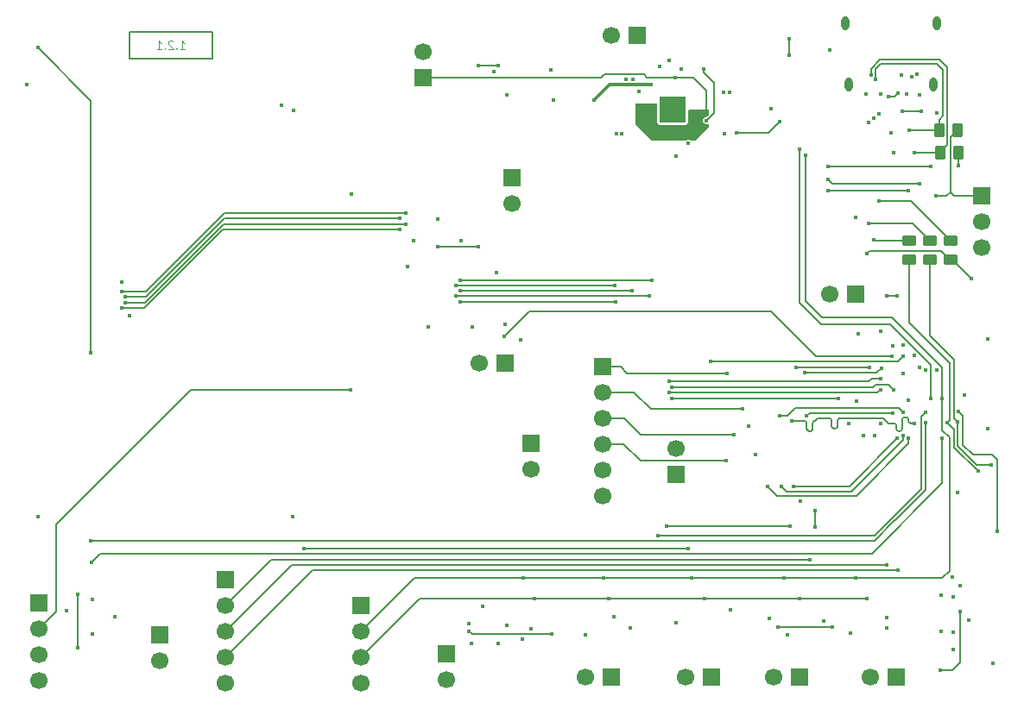
<source format=gbr>
%TF.GenerationSoftware,KiCad,Pcbnew,9.0.1+1*%
%TF.CreationDate,2025-09-26T11:21:38+00:00*%
%TF.ProjectId,ZSWatch-Watch-DevKit,5a535761-7463-4682-9d57-617463682d44,1.2.1*%
%TF.SameCoordinates,Original*%
%TF.FileFunction,Copper,L4,Bot*%
%TF.FilePolarity,Positive*%
%FSLAX46Y46*%
G04 Gerber Fmt 4.6, Leading zero omitted, Abs format (unit mm)*
G04 Created by KiCad (PCBNEW 9.0.1+1) date 2025-09-26 11:21:38*
%MOMM*%
%LPD*%
G01*
G04 APERTURE LIST*
G04 Aperture macros list*
%AMRoundRect*
0 Rectangle with rounded corners*
0 $1 Rounding radius*
0 $2 $3 $4 $5 $6 $7 $8 $9 X,Y pos of 4 corners*
0 Add a 4 corners polygon primitive as box body*
4,1,4,$2,$3,$4,$5,$6,$7,$8,$9,$2,$3,0*
0 Add four circle primitives for the rounded corners*
1,1,$1+$1,$2,$3*
1,1,$1+$1,$4,$5*
1,1,$1+$1,$6,$7*
1,1,$1+$1,$8,$9*
0 Add four rect primitives between the rounded corners*
20,1,$1+$1,$2,$3,$4,$5,0*
20,1,$1+$1,$4,$5,$6,$7,0*
20,1,$1+$1,$6,$7,$8,$9,0*
20,1,$1+$1,$8,$9,$2,$3,0*%
G04 Aperture macros list end*
%TA.AperFunction,NonConductor*%
%ADD10C,0.200000*%
%TD*%
%ADD11C,0.120000*%
%TA.AperFunction,NonConductor*%
%ADD12C,0.120000*%
%TD*%
%TA.AperFunction,ComponentPad*%
%ADD13R,1.700000X1.700000*%
%TD*%
%TA.AperFunction,ComponentPad*%
%ADD14C,1.700000*%
%TD*%
%TA.AperFunction,ComponentPad*%
%ADD15C,0.500000*%
%TD*%
%TA.AperFunction,SMDPad,CuDef*%
%ADD16R,2.500000X2.500000*%
%TD*%
%TA.AperFunction,HeatsinkPad*%
%ADD17O,0.800000X1.400000*%
%TD*%
%TA.AperFunction,SMDPad,CuDef*%
%ADD18RoundRect,0.250000X0.450000X-0.262500X0.450000X0.262500X-0.450000X0.262500X-0.450000X-0.262500X0*%
%TD*%
%TA.AperFunction,SMDPad,CuDef*%
%ADD19RoundRect,0.250000X0.262500X0.450000X-0.262500X0.450000X-0.262500X-0.450000X0.262500X-0.450000X0*%
%TD*%
%TA.AperFunction,ViaPad*%
%ADD20C,0.450000*%
%TD*%
%TA.AperFunction,Conductor*%
%ADD21C,0.200000*%
%TD*%
%TA.AperFunction,Conductor*%
%ADD22C,0.170000*%
%TD*%
%TA.AperFunction,Conductor*%
%ADD23C,0.127000*%
%TD*%
%TA.AperFunction,Conductor*%
%ADD24C,0.300000*%
%TD*%
G04 APERTURE END LIST*
D10*
X172100000Y-116200000D02*
X180200000Y-116200000D01*
X180200000Y-118800000D01*
X172100000Y-118800000D01*
X172100000Y-116200000D01*
D11*
D12*
X177064285Y-117863855D02*
X177521428Y-117863855D01*
X177292856Y-117863855D02*
X177292856Y-117063855D01*
X177292856Y-117063855D02*
X177369047Y-117178140D01*
X177369047Y-117178140D02*
X177445237Y-117254331D01*
X177445237Y-117254331D02*
X177521428Y-117292426D01*
X176721427Y-117787664D02*
X176683332Y-117825760D01*
X176683332Y-117825760D02*
X176721427Y-117863855D01*
X176721427Y-117863855D02*
X176759523Y-117825760D01*
X176759523Y-117825760D02*
X176721427Y-117787664D01*
X176721427Y-117787664D02*
X176721427Y-117863855D01*
X176378571Y-117140045D02*
X176340475Y-117101950D01*
X176340475Y-117101950D02*
X176264285Y-117063855D01*
X176264285Y-117063855D02*
X176073809Y-117063855D01*
X176073809Y-117063855D02*
X175997618Y-117101950D01*
X175997618Y-117101950D02*
X175959523Y-117140045D01*
X175959523Y-117140045D02*
X175921428Y-117216236D01*
X175921428Y-117216236D02*
X175921428Y-117292426D01*
X175921428Y-117292426D02*
X175959523Y-117406712D01*
X175959523Y-117406712D02*
X176416666Y-117863855D01*
X176416666Y-117863855D02*
X175921428Y-117863855D01*
X175578570Y-117787664D02*
X175540475Y-117825760D01*
X175540475Y-117825760D02*
X175578570Y-117863855D01*
X175578570Y-117863855D02*
X175616666Y-117825760D01*
X175616666Y-117825760D02*
X175578570Y-117787664D01*
X175578570Y-117787664D02*
X175578570Y-117863855D01*
X174778571Y-117863855D02*
X175235714Y-117863855D01*
X175007142Y-117863855D02*
X175007142Y-117063855D01*
X175007142Y-117063855D02*
X175083333Y-117178140D01*
X175083333Y-117178140D02*
X175159523Y-117254331D01*
X175159523Y-117254331D02*
X175235714Y-117292426D01*
D13*
%TO.P,X508,1,Pin_1*%
%TO.N,/Project Architecture/Power Management/VSYS*%
X200900000Y-120700000D03*
D14*
%TO.P,X508,2,Pin_2*%
%TO.N,Net-(IC505-VDD)*%
X200900000Y-118160000D03*
%TD*%
D15*
%TO.P,IC401,33,GND*%
%TO.N,GND*%
X224387790Y-122830400D03*
X224387790Y-123830400D03*
X224387790Y-124830400D03*
X225387790Y-122830400D03*
X225387790Y-123830400D03*
D16*
X225387790Y-123830400D03*
D15*
X225387790Y-124830400D03*
X226387790Y-122830400D03*
X226387790Y-123830400D03*
X226387790Y-124830400D03*
%TD*%
D13*
%TO.P,X503,1,Pin_1*%
%TO.N,/Project Architecture/Peripherals/VMIC*%
X175100000Y-175400000D03*
D14*
%TO.P,X503,2,Pin_2*%
%TO.N,Net-(MK501-VDD)*%
X175100000Y-177940000D03*
%TD*%
D13*
%TO.P,X610,1,Pin_1*%
%TO.N,+3V0*%
X211500000Y-156600000D03*
D14*
%TO.P,X610,2,Pin_2*%
%TO.N,Net-(X608-LEDA1)*%
X211500000Y-159140000D03*
%TD*%
D13*
%TO.P,X403,1,Pin_1*%
%TO.N,+1V8*%
X163200000Y-172220000D03*
D14*
%TO.P,X403,2,Pin_2*%
%TO.N,+3V0*%
X163200000Y-174760000D03*
%TO.P,X403,3,Pin_3*%
%TO.N,/Project Architecture/Power Management/VSYS*%
X163200000Y-177300000D03*
%TO.P,X403,4,Pin_4*%
%TO.N,GND*%
X163200000Y-179840000D03*
%TD*%
D13*
%TO.P,X504,1,Pin_1*%
%TO.N,+1V8*%
X194800000Y-172490000D03*
D14*
%TO.P,X504,2,Pin_2*%
%TO.N,/Project Architecture/MCU/SDA*%
X194800000Y-175030000D03*
%TO.P,X504,3,Pin_3*%
%TO.N,/Project Architecture/MCU/SCL*%
X194800000Y-177570000D03*
%TO.P,X504,4,Pin_4*%
%TO.N,GND*%
X194800000Y-180110000D03*
%TD*%
D13*
%TO.P,X606,1,Pin_1*%
%TO.N,+1V8*%
X225700000Y-159640000D03*
D14*
%TO.P,X606,2,Pin_2*%
%TO.N,Net-(IC603-VCC)*%
X225700000Y-157100000D03*
%TD*%
D13*
%TO.P,X401,1,Pin_1*%
%TO.N,/Project Architecture/Peripherals/VBAT*%
X221865000Y-116500000D03*
D14*
%TO.P,X401,2,Pin_2*%
%TO.N,GND*%
X219325000Y-116500000D03*
%TD*%
D13*
%TO.P,X501,1,Pin_1*%
%TO.N,+1V8*%
X229200000Y-179500000D03*
D14*
%TO.P,X501,2,Pin_2*%
%TO.N,Net-(IC501-VDD)*%
X226660000Y-179500000D03*
%TD*%
D13*
%TO.P,X502,1,Pin_1*%
%TO.N,+1V8*%
X181500000Y-169980000D03*
D14*
%TO.P,X502,2,Pin_2*%
%TO.N,/Project Architecture/MCU/MCLK*%
X181500000Y-172520000D03*
%TO.P,X502,3,Pin_3*%
%TO.N,/Project Architecture/MCU/WS*%
X181500000Y-175060000D03*
%TO.P,X502,4,Pin_4*%
%TO.N,/Project Architecture/MCU/Data*%
X181500000Y-177600000D03*
%TO.P,X502,5,Pin_5*%
%TO.N,GND*%
X181500000Y-180140000D03*
%TD*%
D13*
%TO.P,X506,1,Pin_1*%
%TO.N,+1V8*%
X237840000Y-179500000D03*
D14*
%TO.P,X506,2,Pin_2*%
%TO.N,Net-(IC503-VDD)*%
X235300000Y-179500000D03*
%TD*%
D13*
%TO.P,X607,1,Pin_1*%
%TO.N,+1V8*%
X209600000Y-130525000D03*
D14*
%TO.P,X607,2,Pin_2*%
%TO.N,Net-(X607-Pin_2)*%
X209600000Y-133065000D03*
%TD*%
D13*
%TO.P,X505,1,Pin_1*%
%TO.N,+1V8*%
X219340000Y-179500000D03*
D14*
%TO.P,X505,2,Pin_2*%
%TO.N,Net-(IC502-VDD)*%
X216800000Y-179500000D03*
%TD*%
D13*
%TO.P,X604,1,Pin_1*%
%TO.N,TxD*%
X255700000Y-132270000D03*
D14*
%TO.P,X604,2,Pin_2*%
%TO.N,RxD*%
X255700000Y-134810000D03*
%TO.P,X604,3,Pin_3*%
%TO.N,GND*%
X255700000Y-137350000D03*
%TD*%
D13*
%TO.P,X507,1,Pin_1*%
%TO.N,+1V8*%
X247300000Y-179500000D03*
D14*
%TO.P,X507,2,Pin_2*%
%TO.N,Net-(IC504-VDD)*%
X244760000Y-179500000D03*
%TD*%
D17*
%TO.P,X603,S1,SHIELD*%
%TO.N,GND*%
X251290000Y-115360000D03*
X250930000Y-121310000D03*
X242670000Y-121310000D03*
X242310000Y-115360000D03*
%TD*%
D13*
%TO.P,X609,1,Pin_1*%
%TO.N,+3V0*%
X208975000Y-148700000D03*
D14*
%TO.P,X609,2,Pin_2*%
%TO.N,Net-(X608-CTP-VDD)*%
X206435000Y-148700000D03*
%TD*%
D13*
%TO.P,X510,1,Pin_1*%
%TO.N,/Project Architecture/Peripherals/VBAT*%
X203200000Y-177260000D03*
D14*
%TO.P,X510,2,Pin_2*%
%TO.N,Net-(IC507-V_{DD})*%
X203200000Y-179800000D03*
%TD*%
D13*
%TO.P,X605,1,Pin_1*%
%TO.N,Net-(M601B-P0.22)*%
X218500000Y-149050000D03*
D14*
%TO.P,X605,2,Pin_2*%
%TO.N,Net-(M601B-P0.05{slash}AIN1)*%
X218500000Y-151590000D03*
%TO.P,X605,3,Pin_3*%
%TO.N,Net-(M601B-P0.04{slash}AIN0)*%
X218500000Y-154130000D03*
%TO.P,X605,4,Pin_4*%
%TO.N,Net-(M601C-P1.14)*%
X218500000Y-156670000D03*
%TO.P,X605,5,Pin_5*%
%TO.N,GND*%
X218500000Y-159210000D03*
%TO.P,X605,6,Pin_6*%
%TO.N,+1V8*%
X218500000Y-161750000D03*
%TD*%
D13*
%TO.P,X602,1,Pin_1*%
%TO.N,+1V8*%
X243300000Y-141900000D03*
D14*
%TO.P,X602,2,Pin_2*%
%TO.N,Net-(M601A-VDDH)*%
X240760000Y-141900000D03*
%TD*%
D18*
%TO.P,R607,1*%
%TO.N,SWDIO*%
X248600000Y-138512500D03*
%TO.P,R607,2*%
%TO.N,Net-(X603-RX1-)*%
X248600000Y-136687500D03*
%TD*%
%TO.P,R611,1*%
%TO.N,RESETn*%
X252600000Y-138512500D03*
%TO.P,R611,2*%
%TO.N,Net-(X603-SBU1)*%
X252600000Y-136687500D03*
%TD*%
%TO.P,R608,1*%
%TO.N,SWDCLK*%
X250600000Y-138512500D03*
%TO.P,R608,2*%
%TO.N,Net-(X603-RX1+)*%
X250600000Y-136687500D03*
%TD*%
D19*
%TO.P,R609,1*%
%TO.N,RxD*%
X253412500Y-128000000D03*
%TO.P,R609,2*%
%TO.N,Net-(X603-TX1+)*%
X251587500Y-128000000D03*
%TD*%
%TO.P,R610,1*%
%TO.N,TxD*%
X253312500Y-125800000D03*
%TO.P,R610,2*%
%TO.N,Net-(X603-TX1-)*%
X251487500Y-125800000D03*
%TD*%
D20*
%TO.N,GND*%
X224100000Y-119600000D03*
X202295000Y-134600000D03*
X219600000Y-173600000D03*
X225700000Y-128380000D03*
X168485000Y-175300000D03*
X165900000Y-173020000D03*
X252900000Y-171625000D03*
X168485000Y-171900000D03*
X230390620Y-122145000D03*
X170700000Y-173575000D03*
X251248404Y-124151596D03*
X232800000Y-154880000D03*
X205600000Y-176220000D03*
X242800000Y-175200000D03*
X163100000Y-163750000D03*
X236620000Y-175400000D03*
X171347500Y-140700000D03*
X252900000Y-176775000D03*
X211467520Y-174774531D03*
X243575000Y-145825000D03*
X240200000Y-173975000D03*
X248000000Y-149700000D03*
X222063600Y-122063400D03*
X244100000Y-155800000D03*
X220387200Y-126138400D03*
X254000003Y-151800000D03*
X249550000Y-122400000D03*
X243275000Y-134400000D03*
X251700000Y-171500000D03*
X246400000Y-173700000D03*
X246800000Y-126100000D03*
X207800000Y-120120000D03*
X172147500Y-144000000D03*
X210500000Y-146400000D03*
X220793600Y-120819400D03*
X231000000Y-172900000D03*
X230990620Y-122145000D03*
X162025000Y-121325000D03*
X253300000Y-161390000D03*
X244300000Y-122300000D03*
X230479410Y-126138400D03*
X209100000Y-122350000D03*
X188100000Y-163750000D03*
X205700000Y-145137500D03*
X240800000Y-118000000D03*
X221180000Y-174680000D03*
X234845000Y-173755000D03*
X226200000Y-119800000D03*
X246400000Y-174700000D03*
X219879410Y-126138400D03*
X199987500Y-136700000D03*
X221428600Y-120819400D03*
X204587500Y-136700000D03*
X208980000Y-144900000D03*
X256300000Y-146350003D03*
X216832500Y-175332500D03*
X256300000Y-155150003D03*
X205355000Y-174265000D03*
X201400000Y-145137500D03*
X252900000Y-175125000D03*
X256800000Y-178200000D03*
X237900000Y-162250000D03*
X225700000Y-174200000D03*
X233500000Y-157650000D03*
X251690000Y-175000000D03*
X187025000Y-123400000D03*
%TO.N,/Project Architecture/Peripherals/VBAT*%
X209100000Y-174400000D03*
X228400000Y-119800000D03*
X210600000Y-175800000D03*
X208300000Y-176200000D03*
X206700000Y-172600000D03*
X228677316Y-124869129D03*
%TO.N,DISPLAY-BLK*%
X208812500Y-146087500D03*
X246881356Y-148023305D03*
%TO.N,QSPI-CS*%
X248500002Y-156100000D03*
X234700000Y-160800000D03*
%TO.N,QSPI-IO1*%
X247974002Y-155800000D03*
X236000000Y-160800000D03*
%TO.N,QSPI-IO2*%
X247400000Y-156100000D03*
X237200000Y-160800000D03*
%TO.N,QSPI-IO0*%
X238500000Y-153900000D03*
X246913051Y-153593475D03*
%TO.N,QSPI-CLK*%
X249044952Y-154600003D03*
X237081000Y-154351000D03*
%TO.N,QSPI-IO3*%
X247944949Y-153499999D03*
X235860000Y-153900000D03*
%TO.N,TOUCH-INT*%
X225000000Y-151600000D03*
X245750000Y-151294951D03*
%TO.N,TOUCH-SCL*%
X225300000Y-151100000D03*
X247000000Y-151325003D03*
%TO.N,TOUCH-SDA*%
X245744949Y-150200001D03*
X225000000Y-150500000D03*
%TO.N,TOUCH-RST*%
X229100000Y-148500000D03*
X247944951Y-148000000D03*
%TO.N,DISPLAY-EN*%
X202295000Y-137300000D03*
X241600000Y-152200000D03*
X225300000Y-152200000D03*
X206300000Y-137300000D03*
%TO.N,RESETn*%
X244400000Y-137950000D03*
X253418644Y-153476695D03*
X254700000Y-140400000D03*
X257200000Y-165200000D03*
%TO.N,DISPLAY-CS*%
X204100000Y-141100000D03*
X219700000Y-141100000D03*
X243400000Y-152400000D03*
%TO.N,DISPLAY-CLK*%
X221400000Y-141600000D03*
X245200000Y-155800000D03*
X204500000Y-141600000D03*
%TO.N,+3V0*%
X224800000Y-164700000D03*
X208100000Y-139800000D03*
X236900000Y-164700000D03*
X199362500Y-139200000D03*
X254400000Y-173900000D03*
X213400000Y-119900000D03*
X193800000Y-151300000D03*
X213700000Y-122900000D03*
%TO.N,/Project Architecture/Power Management/VSYS*%
X228679410Y-124076400D03*
X225637790Y-120662210D03*
X222079410Y-123580400D03*
X231646620Y-126100000D03*
X235900000Y-125000000D03*
X252769644Y-169700000D03*
%TO.N,DISPLAY-DC*%
X219800000Y-142700000D03*
X242600000Y-154600000D03*
X204500000Y-142700000D03*
%TO.N,DISPLAY-RST*%
X223300000Y-140600000D03*
X204500000Y-140600000D03*
%TO.N,DISPLAY-DATA*%
X204100000Y-142100000D03*
X245744950Y-154600001D03*
X223100000Y-142100000D03*
%TO.N,/Project Architecture/MCU/PMIC-INT*%
X250700000Y-129400000D03*
X240600000Y-129400000D03*
%TO.N,/Project Architecture/MCU/USB-CC1*%
X236800000Y-116900000D03*
X236800000Y-118500000D03*
%TO.N,/Project Architecture/MCU/SW2*%
X226900000Y-166900000D03*
X189200000Y-166900000D03*
X226900000Y-127100000D03*
%TO.N,/Project Architecture/MCU/SDA*%
X236312500Y-169800000D03*
X251800000Y-152200000D03*
X243300000Y-169800000D03*
X227200000Y-169800000D03*
X238400000Y-128300000D03*
X218600000Y-169800000D03*
X210725000Y-169800000D03*
%TO.N,/Project Architecture/MCU/SCL*%
X244400000Y-171800000D03*
X211800000Y-171800000D03*
X237812500Y-171800000D03*
X250700000Y-152200000D03*
X228500000Y-171800000D03*
X219100000Y-171800000D03*
X237800000Y-127700000D03*
%TO.N,/Project Architecture/MCU/~{RTC-INT}*%
X205420000Y-175000000D03*
X213500000Y-175300000D03*
%TO.N,SWDCLK*%
X256600000Y-158700000D03*
X253325000Y-154475000D03*
%TO.N,SWDIO*%
X252318644Y-154576695D03*
X255300000Y-159300000D03*
%TO.N,/Project Architecture/MCU/BMI270-INT*%
X239300000Y-163200000D03*
X239300000Y-164800000D03*
%TO.N,/Project Architecture/MCU/LIS2MDL-INT*%
X248500000Y-152300000D03*
X235700000Y-174600000D03*
X241000000Y-174600000D03*
%TO.N,/Project Architecture/MCU/VIB-PWM*%
X240600000Y-130700000D03*
X249600000Y-131100000D03*
%TO.N,USB-D-*%
X247400000Y-142100000D03*
X246400000Y-142100000D03*
%TO.N,/Project Architecture/MCU/VIB-EN*%
X240600000Y-131800000D03*
X248500000Y-131800000D03*
%TO.N,TxD*%
X251226000Y-132300000D03*
%TO.N,/Project Architecture/MCU/D-*%
X247500000Y-122200000D03*
X246550000Y-122565184D03*
%TO.N,/Project Architecture/MCU/USB-VBUS-In*%
X251650000Y-178800000D03*
X248300000Y-122300000D03*
X235000000Y-123749000D03*
X253550000Y-173100000D03*
X253550000Y-170500000D03*
X245800000Y-122300000D03*
X247073544Y-128069451D03*
%TO.N,RxD*%
X253412500Y-129300000D03*
%TO.N,/Project Architecture/MCU/SW1*%
X188200000Y-123900000D03*
X223900000Y-165600000D03*
X250150000Y-153505049D03*
%TO.N,/Project Architecture/MCU/Data*%
X247500000Y-169000000D03*
X251300000Y-149400000D03*
%TO.N,/Project Architecture/MCU/SW4*%
X168300000Y-166100000D03*
X250181356Y-154576695D03*
X168300000Y-147700000D03*
X163100000Y-117750000D03*
%TO.N,/Project Architecture/MCU/SW3*%
X251800000Y-156100000D03*
X168400000Y-168250000D03*
%TO.N,/Project Architecture/MCU/MIC-CLK*%
X238300000Y-149650000D03*
X245813051Y-149193475D03*
%TO.N,/Project Architecture/MCU/WS*%
X246400000Y-168500000D03*
X250200000Y-149400000D03*
%TO.N,/Project Architecture/MCU/MIC-DATA*%
X244644950Y-149100001D03*
X167000000Y-176600000D03*
X167000000Y-171400000D03*
X237500000Y-149100000D03*
%TO.N,/Project Architecture/MCU/MCLK*%
X238800000Y-168000000D03*
X249600000Y-149100000D03*
%TO.N,Net-(IC604-B1)*%
X171347500Y-143300000D03*
X198587500Y-135600000D03*
%TO.N,Net-(IC604-B3)*%
X171647500Y-142200000D03*
X198587500Y-134500000D03*
%TO.N,Net-(IC604-B2)*%
X171647500Y-142800000D03*
X199187500Y-135100000D03*
%TO.N,Net-(IC604-B4)*%
X171347500Y-141700000D03*
X199187500Y-134000000D03*
%TO.N,Net-(M601C-P1.14)*%
X249081356Y-147976695D03*
X230600000Y-158300000D03*
%TO.N,Net-(M601B-P0.05{slash}AIN1)*%
X247944950Y-146900001D03*
X232200000Y-153220000D03*
%TO.N,Net-(M601B-P0.04{slash}AIN0)*%
X246913051Y-146993475D03*
X231400000Y-155760000D03*
%TO.N,Net-(M601B-P0.22)*%
X245774000Y-145600000D03*
X230700000Y-149700000D03*
%TO.N,Net-(X603-CC1)*%
X247893537Y-124000000D03*
X249779998Y-124000000D03*
%TO.N,Net-(X603-RX1-)*%
X245050000Y-124650000D03*
X248800000Y-120600000D03*
X245050000Y-136575000D03*
%TO.N,Net-(X603-RX1+)*%
X249300000Y-120300000D03*
X244550000Y-135000000D03*
X244550000Y-125100000D03*
%TO.N,Net-(X603-TX1+)*%
X249050000Y-128000000D03*
X244800000Y-120400000D03*
%TO.N,Net-(X603-TX1-)*%
X248550000Y-125800000D03*
X245300000Y-120800000D03*
%TO.N,Net-(X603-SBU1)*%
X245600000Y-132800000D03*
X247800000Y-120400000D03*
X245600000Y-124200000D03*
%TO.N,Net-(X608-CTP-VDD)*%
X193900000Y-132100000D03*
%TO.N,Net-(IC505-VDD)*%
X206275000Y-119500000D03*
X208280000Y-119500000D03*
%TO.N,Net-(IC401-VOUT2)*%
X223206600Y-121380400D03*
X217697000Y-122900000D03*
%TO.N,/Project Architecture/Peripherals/VMIC*%
X225060000Y-119000000D03*
%TD*%
D21*
%TO.N,/Project Architecture/Peripherals/VBAT*%
X228400000Y-120200000D02*
X229400000Y-121200000D01*
X229400000Y-124146445D02*
X228677316Y-124869129D01*
X228400000Y-119800000D02*
X228400000Y-120200000D01*
X229400000Y-121200000D02*
X229400000Y-124146445D01*
%TO.N,DISPLAY-BLK*%
X208812500Y-146087500D02*
X211300000Y-143600000D01*
X235000000Y-143600000D02*
X239423305Y-148023305D01*
X211300000Y-143600000D02*
X235000000Y-143600000D01*
X239423305Y-148023305D02*
X246881356Y-148023305D01*
%TO.N,QSPI-CS*%
X248500002Y-156599998D02*
X243400000Y-161700000D01*
X248500002Y-156100000D02*
X248500002Y-156599998D01*
X243400000Y-161700000D02*
X235600000Y-161700000D01*
X235600000Y-161700000D02*
X234700000Y-160800000D01*
%TO.N,QSPI-IO1*%
X247974002Y-156225998D02*
X242900000Y-161300000D01*
X242900000Y-161300000D02*
X236500000Y-161300000D01*
X236500000Y-161300000D02*
X236000000Y-160800000D01*
X247974002Y-155800000D02*
X247974002Y-156225998D01*
%TO.N,QSPI-IO2*%
X242700000Y-160800000D02*
X237200000Y-160800000D01*
X247400000Y-156100000D02*
X242700000Y-160800000D01*
%TO.N,QSPI-IO0*%
X238500000Y-153900000D02*
X238800000Y-153600000D01*
X238800000Y-153600000D02*
X246906526Y-153600000D01*
X246906526Y-153600000D02*
X246913051Y-153593475D01*
%TO.N,QSPI-CLK*%
X247295990Y-154840003D02*
X247295990Y-155118565D01*
X247895990Y-154360003D02*
X247895990Y-154231437D01*
X240600170Y-154100000D02*
X239600000Y-154100000D01*
X247895990Y-154840003D02*
X247895990Y-154360003D01*
X238269000Y-154351000D02*
X238149000Y-154351000D01*
X247895990Y-155118565D02*
X247895990Y-154840003D01*
X239109000Y-154591000D02*
X239109000Y-155111000D01*
X242450170Y-154100000D02*
X241800170Y-154100000D01*
X248855990Y-154600003D02*
X249044952Y-154600003D01*
X241320170Y-155100000D02*
X241200170Y-155100000D01*
X240960170Y-154860000D02*
X240960170Y-154340000D01*
X248735990Y-154600003D02*
X248855990Y-154600003D01*
X241560170Y-154340000D02*
X241560170Y-154860000D01*
X247535990Y-155358565D02*
X247655990Y-155358565D01*
X243100170Y-154100000D02*
X242450170Y-154100000D01*
X238149000Y-154351000D02*
X237084953Y-154351000D01*
X248495990Y-154231437D02*
X248495990Y-154360003D01*
X248135990Y-153991437D02*
X248255990Y-153991437D01*
X246500003Y-154600003D02*
X247055990Y-154600003D01*
X239600000Y-154100000D02*
X239349000Y-154351000D01*
X238869000Y-155351000D02*
X238749000Y-155351000D01*
X240720170Y-154100000D02*
X240600170Y-154100000D01*
X238509000Y-155111000D02*
X238509000Y-154591000D01*
X246000000Y-154100000D02*
X246500003Y-154600003D01*
X243100170Y-154100000D02*
X246000000Y-154100000D01*
X237084953Y-154351000D02*
X237081000Y-154351000D01*
X239349000Y-154351000D02*
G75*
G03*
X239109000Y-154591000I0J-240000D01*
G01*
X241800170Y-154100000D02*
G75*
G03*
X241560200Y-154340000I30J-240000D01*
G01*
X241560170Y-154860000D02*
G75*
G02*
X241320170Y-155099970I-239970J0D01*
G01*
X247055990Y-154600003D02*
G75*
G02*
X247295997Y-154840003I10J-239997D01*
G01*
X247295990Y-155118565D02*
G75*
G03*
X247535990Y-155358610I240010J-35D01*
G01*
X239109000Y-155111000D02*
G75*
G02*
X238869000Y-155351000I-240000J0D01*
G01*
X238749000Y-155351000D02*
G75*
G02*
X238509000Y-155111000I0J240000D01*
G01*
X240960170Y-154340000D02*
G75*
G03*
X240720170Y-154100030I-239970J0D01*
G01*
X238509000Y-154591000D02*
G75*
G03*
X238269000Y-154351000I-240000J0D01*
G01*
X247655990Y-155358565D02*
G75*
G03*
X247895965Y-155118565I10J239965D01*
G01*
X241200170Y-155100000D02*
G75*
G02*
X240960200Y-154860000I30J240000D01*
G01*
X247895990Y-154231437D02*
G75*
G02*
X248135990Y-153991390I240010J37D01*
G01*
X248495990Y-154360003D02*
G75*
G03*
X248735990Y-154600010I240010J3D01*
G01*
X248255990Y-153991437D02*
G75*
G02*
X248495963Y-154231437I10J-239963D01*
G01*
%TO.N,QSPI-IO3*%
X236600000Y-153900000D02*
X237400000Y-153100000D01*
X247544950Y-153100000D02*
X247944949Y-153499999D01*
X237400000Y-153100000D02*
X247544950Y-153100000D01*
X235860000Y-153900000D02*
X236600000Y-153900000D01*
%TO.N,TOUCH-INT*%
X225000000Y-151600000D02*
X245444951Y-151600000D01*
X245444951Y-151600000D02*
X245750000Y-151294951D01*
%TO.N,TOUCH-SCL*%
X225300000Y-151100000D02*
X245026000Y-151100000D01*
X245026000Y-151100000D02*
X245300000Y-150826000D01*
X245300000Y-150826000D02*
X246500997Y-150826000D01*
X246500997Y-150826000D02*
X247000000Y-151325003D01*
%TO.N,TOUCH-SDA*%
X244600000Y-150500000D02*
X225000000Y-150500000D01*
X245744949Y-150200001D02*
X244899999Y-150200001D01*
X244899999Y-150200001D02*
X244600000Y-150500000D01*
%TO.N,TOUCH-RST*%
X247444951Y-148500000D02*
X247944951Y-148000000D01*
X229100000Y-148500000D02*
X247444951Y-148500000D01*
%TO.N,DISPLAY-EN*%
X206300000Y-137300000D02*
X202295000Y-137300000D01*
X225300000Y-152200000D02*
X241600000Y-152200000D01*
%TO.N,RESETn*%
X253800000Y-153858051D02*
X253418644Y-153476695D01*
X256700000Y-157700000D02*
X254800000Y-157700000D01*
X254700000Y-140400000D02*
X252812500Y-138512500D01*
X253800000Y-156700000D02*
X253800000Y-153858051D01*
X254800000Y-157700000D02*
X253800000Y-156700000D01*
X257200000Y-165200000D02*
X257200000Y-158200000D01*
X244400000Y-137950000D02*
X244700000Y-137650000D01*
X251737500Y-137650000D02*
X252600000Y-138512500D01*
X257200000Y-158200000D02*
X256700000Y-157700000D01*
X244700000Y-137650000D02*
X251737500Y-137650000D01*
%TO.N,DISPLAY-CS*%
X219700000Y-141100000D02*
X204100000Y-141100000D01*
%TO.N,DISPLAY-CLK*%
X204500000Y-141600000D02*
X221400000Y-141600000D01*
%TO.N,+3V0*%
X178100000Y-151300000D02*
X164900000Y-164500000D01*
X164900000Y-173060000D02*
X163200000Y-174760000D01*
X193800000Y-151300000D02*
X178100000Y-151300000D01*
X236900000Y-164700000D02*
X224800000Y-164700000D01*
X164900000Y-164500000D02*
X164900000Y-173060000D01*
%TO.N,/Project Architecture/Power Management/VSYS*%
X227362210Y-120662210D02*
X228679410Y-121979410D01*
X222862210Y-120662210D02*
X222568400Y-120368400D01*
X222568400Y-120368400D02*
X218700000Y-120368400D01*
X231646620Y-126100000D02*
X234800000Y-126100000D01*
X228679410Y-121979410D02*
X228679410Y-124076400D01*
X225637790Y-120662210D02*
X222862210Y-120662210D01*
X234800000Y-126100000D02*
X235900000Y-125000000D01*
X218700000Y-120368400D02*
X218368400Y-120700000D01*
X225637790Y-120662210D02*
X227362210Y-120662210D01*
X218368400Y-120700000D02*
X200900000Y-120700000D01*
%TO.N,DISPLAY-DC*%
X204500000Y-142700000D02*
X219800000Y-142700000D01*
%TO.N,DISPLAY-RST*%
X223300000Y-140600000D02*
X204500000Y-140600000D01*
%TO.N,DISPLAY-DATA*%
X223100000Y-142100000D02*
X204100000Y-142100000D01*
%TO.N,/Project Architecture/MCU/PMIC-INT*%
X250700000Y-129400000D02*
X240600000Y-129400000D01*
%TO.N,/Project Architecture/MCU/USB-CC1*%
X236800000Y-118500000D02*
X236800000Y-116900000D01*
%TO.N,/Project Architecture/MCU/SW2*%
X189200000Y-166900000D02*
X226900000Y-166900000D01*
%TO.N,/Project Architecture/MCU/SDA*%
X246900000Y-144200000D02*
X251800000Y-149100000D01*
X252500000Y-169100000D02*
X251800000Y-169800000D01*
X200030000Y-169800000D02*
X194800000Y-175030000D01*
X238400000Y-128300000D02*
X238400000Y-142600000D01*
X227200000Y-169800000D02*
X236312500Y-169800000D01*
X251800000Y-155300000D02*
X252500000Y-156000000D01*
X251800000Y-149100000D02*
X251800000Y-152200000D01*
X251800000Y-152200000D02*
X251800000Y-155300000D01*
X218600000Y-169800000D02*
X200030000Y-169800000D01*
X227200000Y-169800000D02*
X218600000Y-169800000D01*
X238400000Y-142600000D02*
X240000000Y-144200000D01*
X243300000Y-169800000D02*
X236312500Y-169800000D01*
X240000000Y-144200000D02*
X246900000Y-144200000D01*
X252500000Y-156000000D02*
X252500000Y-169100000D01*
X251800000Y-169800000D02*
X243300000Y-169800000D01*
%TO.N,/Project Architecture/MCU/SCL*%
X250700000Y-148900000D02*
X246700000Y-144900000D01*
X211800000Y-171800000D02*
X219100000Y-171800000D01*
X246700000Y-144900000D02*
X239900000Y-144900000D01*
X239900000Y-144900000D02*
X237800000Y-142800000D01*
X244400000Y-171800000D02*
X237812500Y-171800000D01*
X250700000Y-152200000D02*
X250700000Y-148900000D01*
X200570000Y-171800000D02*
X194800000Y-177570000D01*
X211800000Y-171800000D02*
X200570000Y-171800000D01*
X228500000Y-171800000D02*
X237812500Y-171800000D01*
X228500000Y-171800000D02*
X219100000Y-171800000D01*
X237800000Y-142800000D02*
X237800000Y-127700000D01*
%TO.N,/Project Architecture/MCU/~{RTC-INT}*%
X205720000Y-175300000D02*
X213500000Y-175300000D01*
X205420000Y-175000000D02*
X205720000Y-175300000D01*
%TO.N,SWDCLK*%
X255200000Y-158700000D02*
X253325000Y-156825000D01*
X252967644Y-154117644D02*
X253325000Y-154475000D01*
X253325000Y-156825000D02*
X253325000Y-154475000D01*
X256600000Y-158700000D02*
X255200000Y-158700000D01*
X252967644Y-154117644D02*
X252967644Y-152200000D01*
X250600000Y-138512500D02*
X250600000Y-146000000D01*
X252967644Y-148367644D02*
X252967644Y-152200000D01*
X250600000Y-146000000D02*
X252967644Y-148367644D01*
%TO.N,SWDIO*%
X252318644Y-154576695D02*
X252574000Y-154321339D01*
X253000000Y-155258051D02*
X252318644Y-154576695D01*
X253000000Y-157000000D02*
X253000000Y-155258051D01*
X252574000Y-148674000D02*
X248600000Y-144700000D01*
X255300000Y-159300000D02*
X253000000Y-157000000D01*
X252574000Y-154321339D02*
X252574000Y-148674000D01*
X248600000Y-144700000D02*
X248600000Y-138512500D01*
%TO.N,/Project Architecture/MCU/BMI270-INT*%
X239300000Y-163200000D02*
X239300000Y-164800000D01*
%TO.N,/Project Architecture/MCU/LIS2MDL-INT*%
X235700000Y-174600000D02*
X241000000Y-174600000D01*
%TO.N,/Project Architecture/MCU/VIB-PWM*%
X240600000Y-130700000D02*
X241000000Y-131100000D01*
X241000000Y-131100000D02*
X249600000Y-131100000D01*
D22*
%TO.N,USB-D-*%
X247400000Y-142100000D02*
X246400000Y-142100000D01*
D21*
%TO.N,/Project Architecture/MCU/VIB-EN*%
X248500000Y-131800000D02*
X240600000Y-131800000D01*
%TO.N,TxD*%
X252970000Y-132270000D02*
X255700000Y-132270000D01*
X252600000Y-126512500D02*
X252600000Y-131900000D01*
X252600000Y-131900000D02*
X252970000Y-132270000D01*
X251226000Y-132300000D02*
X252200000Y-132300000D01*
X252200000Y-132300000D02*
X252600000Y-131900000D01*
X253312500Y-125800000D02*
X253312500Y-125487500D01*
X253312500Y-125800000D02*
X252600000Y-126512500D01*
D23*
%TO.N,/Project Architecture/MCU/D-*%
X247134816Y-122565184D02*
X247500000Y-122200000D01*
X246550000Y-122565184D02*
X247134816Y-122565184D01*
D22*
%TO.N,/Project Architecture/MCU/USB-VBUS-In*%
X253550000Y-178050000D02*
X253550000Y-173100000D01*
X252800000Y-178800000D02*
X253550000Y-178050000D01*
X251650000Y-178800000D02*
X252800000Y-178800000D01*
D21*
%TO.N,RxD*%
X253412500Y-128000000D02*
X253412500Y-129300000D01*
X253412500Y-128000000D02*
X253412500Y-128362500D01*
%TO.N,/Project Architecture/MCU/SW1*%
X223900000Y-165600000D02*
X245200000Y-165600000D01*
X245200000Y-165600000D02*
X249730356Y-161069644D01*
X249730356Y-153924693D02*
X250150000Y-153505049D01*
X249730356Y-161069644D02*
X249730356Y-153924693D01*
%TO.N,/Project Architecture/MCU/Data*%
X190100000Y-169000000D02*
X247500000Y-169000000D01*
X181500000Y-177600000D02*
X190100000Y-169000000D01*
%TO.N,/Project Architecture/MCU/SW4*%
X168300000Y-166100000D02*
X245161034Y-166100000D01*
X247200000Y-164100000D02*
X250181356Y-161118644D01*
X168300000Y-122950000D02*
X163100000Y-117750000D01*
X250181356Y-161118644D02*
X250181356Y-154576695D01*
X168300000Y-147700000D02*
X168300000Y-122950000D01*
X247161034Y-164100000D02*
X247200000Y-164100000D01*
X245161034Y-166100000D02*
X247161034Y-164100000D01*
%TO.N,/Project Architecture/MCU/SW3*%
X169250000Y-167400000D02*
X244900000Y-167400000D01*
X168400000Y-168250000D02*
X169250000Y-167400000D01*
X251800000Y-160500000D02*
X251800000Y-156100000D01*
X244900000Y-167400000D02*
X251800000Y-160500000D01*
%TO.N,/Project Architecture/MCU/MIC-CLK*%
X238300000Y-149650000D02*
X245356526Y-149650000D01*
X245356526Y-149650000D02*
X245813051Y-149193475D01*
%TO.N,/Project Architecture/MCU/WS*%
X181500000Y-175060000D02*
X188060000Y-168500000D01*
X188060000Y-168500000D02*
X246400000Y-168500000D01*
%TO.N,/Project Architecture/MCU/MIC-DATA*%
X237500000Y-149100000D02*
X244644949Y-149100000D01*
X244644949Y-149100000D02*
X244644950Y-149100001D01*
X167000000Y-176600000D02*
X167000000Y-171400000D01*
%TO.N,/Project Architecture/MCU/MCLK*%
X181500000Y-172520000D02*
X186020000Y-168000000D01*
X186020000Y-168000000D02*
X238800000Y-168000000D01*
%TO.N,Net-(IC604-B1)*%
X181261034Y-135600000D02*
X198587500Y-135600000D01*
X181261034Y-135600000D02*
X173561034Y-143300000D01*
X173561034Y-143300000D02*
X171347500Y-143300000D01*
%TO.N,Net-(IC604-B3)*%
X181400000Y-134500000D02*
X173700000Y-142200000D01*
X173700000Y-142200000D02*
X171647500Y-142200000D01*
X181400000Y-134500000D02*
X198587500Y-134500000D01*
%TO.N,Net-(IC604-B2)*%
X173600000Y-142800000D02*
X171647500Y-142800000D01*
X181300000Y-135100000D02*
X199187500Y-135100000D01*
X181300000Y-135100000D02*
X173600000Y-142800000D01*
%TO.N,Net-(IC604-B4)*%
X181400000Y-134000000D02*
X199187500Y-134000000D01*
X181400000Y-134000000D02*
X173700000Y-141700000D01*
X173700000Y-141700000D02*
X171347500Y-141700000D01*
%TO.N,Net-(M601C-P1.14)*%
X220570000Y-156670000D02*
X222200000Y-158300000D01*
X222200000Y-158300000D02*
X230600000Y-158300000D01*
X218500000Y-156670000D02*
X220570000Y-156670000D01*
%TO.N,Net-(M601B-P0.05{slash}AIN1)*%
X221590000Y-151590000D02*
X218500000Y-151590000D01*
X232200000Y-153220000D02*
X223220000Y-153220000D01*
X223220000Y-153220000D02*
X221590000Y-151590000D01*
%TO.N,Net-(M601B-P0.04{slash}AIN0)*%
X220630000Y-154130000D02*
X218500000Y-154130000D01*
X231400000Y-155760000D02*
X222260000Y-155760000D01*
X222260000Y-155760000D02*
X220630000Y-154130000D01*
%TO.N,Net-(M601B-P0.22)*%
X218500000Y-149050000D02*
X220250000Y-149050000D01*
X220250000Y-149050000D02*
X220900000Y-149700000D01*
X220900000Y-149700000D02*
X230700000Y-149700000D01*
%TO.N,Net-(X603-CC1)*%
X249779998Y-124000000D02*
X247893537Y-124000000D01*
%TO.N,Net-(X603-RX1-)*%
X245050000Y-136575000D02*
X245162500Y-136687500D01*
X245162500Y-136687500D02*
X248600000Y-136687500D01*
%TO.N,Net-(X603-RX1+)*%
X250600000Y-136687500D02*
X248912500Y-135000000D01*
X248912500Y-135000000D02*
X244550000Y-135000000D01*
%TO.N,Net-(X603-TX1+)*%
X245700000Y-118900000D02*
X251500000Y-118900000D01*
X244800000Y-120400000D02*
X244800000Y-119800000D01*
X252274000Y-119674000D02*
X252274000Y-127313500D01*
X244800000Y-119800000D02*
X245700000Y-118900000D01*
X251500000Y-118900000D02*
X252274000Y-119674000D01*
X252274000Y-127313500D02*
X251587500Y-128000000D01*
X249050000Y-128000000D02*
X251587500Y-128000000D01*
%TO.N,Net-(X603-TX1-)*%
X245300000Y-119800000D02*
X245800000Y-119300000D01*
X251487500Y-125800000D02*
X248550000Y-125800000D01*
X251300000Y-119300000D02*
X251900000Y-119900000D01*
X245300000Y-120800000D02*
X245300000Y-119800000D01*
X251900000Y-124400000D02*
X251487500Y-124812500D01*
X245800000Y-119300000D02*
X251300000Y-119300000D01*
X251487500Y-124812500D02*
X251487500Y-125800000D01*
X251900000Y-119900000D02*
X251900000Y-124400000D01*
%TO.N,Net-(X603-SBU1)*%
X252587500Y-136687500D02*
X252600000Y-136687500D01*
X245600000Y-132800000D02*
X248700000Y-132800000D01*
X248700000Y-132800000D02*
X252587500Y-136687500D01*
%TO.N,Net-(IC505-VDD)*%
X206275000Y-119500000D02*
X208280000Y-119500000D01*
D24*
%TO.N,Net-(IC401-VOUT2)*%
X217697000Y-122900000D02*
X219218600Y-121378400D01*
X223204600Y-121378400D02*
X223206600Y-121380400D01*
X219218600Y-121378400D02*
X223204600Y-121378400D01*
%TD*%
%TA.AperFunction,Conductor*%
%TO.N,/Project Architecture/Power Management/VSYS*%
G36*
X223798829Y-123207085D02*
G01*
X223844584Y-123259889D01*
X223855790Y-123311400D01*
X223855790Y-125092400D01*
X224109790Y-125346400D01*
X226649790Y-125346400D01*
X226903790Y-125092400D01*
X226903790Y-123946400D01*
X226923475Y-123879361D01*
X226976279Y-123833606D01*
X227027790Y-123822400D01*
X228815320Y-123822400D01*
X228882359Y-123842085D01*
X228928114Y-123894889D01*
X228939319Y-123945824D01*
X228940650Y-124232119D01*
X228932064Y-124261868D01*
X228925484Y-124292121D01*
X228921985Y-124296794D01*
X228921277Y-124299249D01*
X228904333Y-124320375D01*
X228744402Y-124480309D01*
X228683079Y-124513795D01*
X228656720Y-124516629D01*
X228630908Y-124516629D01*
X228541255Y-124540651D01*
X228460876Y-124587059D01*
X228460873Y-124587061D01*
X228395248Y-124652686D01*
X228395246Y-124652689D01*
X228348838Y-124733068D01*
X228348838Y-124733069D01*
X228324816Y-124822721D01*
X228324816Y-124915537D01*
X228348838Y-125005189D01*
X228395246Y-125085569D01*
X228460876Y-125151199D01*
X228541256Y-125197607D01*
X228630908Y-125221629D01*
X228630910Y-125221629D01*
X228723722Y-125221629D01*
X228723724Y-125221629D01*
X228789635Y-125203968D01*
X228814345Y-125204556D01*
X228838803Y-125200923D01*
X228848667Y-125205372D01*
X228859483Y-125205630D01*
X228879956Y-125219486D01*
X228902493Y-125229652D01*
X228908384Y-125238725D01*
X228917346Y-125244791D01*
X228927078Y-125267518D01*
X228940541Y-125288253D01*
X228942975Y-125304639D01*
X228944851Y-125309020D01*
X228945727Y-125323164D01*
X228946197Y-125424051D01*
X228926825Y-125491182D01*
X228909879Y-125512310D01*
X227588109Y-126834081D01*
X227526786Y-126867566D01*
X227500428Y-126870400D01*
X227220272Y-126870400D01*
X227153233Y-126850715D01*
X227132591Y-126834081D01*
X227116442Y-126817932D01*
X227116440Y-126817930D01*
X227036060Y-126771522D01*
X226946408Y-126747500D01*
X226853592Y-126747500D01*
X226763939Y-126771522D01*
X226683560Y-126817930D01*
X226683557Y-126817932D01*
X226667409Y-126834081D01*
X226606086Y-126867566D01*
X226579728Y-126870400D01*
X223399152Y-126870400D01*
X223332113Y-126850715D01*
X223311471Y-126834081D01*
X221733109Y-125255719D01*
X221699624Y-125194396D01*
X221696790Y-125168038D01*
X221696790Y-123311400D01*
X221716475Y-123244361D01*
X221769279Y-123198606D01*
X221820790Y-123187400D01*
X223731790Y-123187400D01*
X223798829Y-123207085D01*
G37*
%TD.AperFunction*%
%TD*%
M02*

</source>
